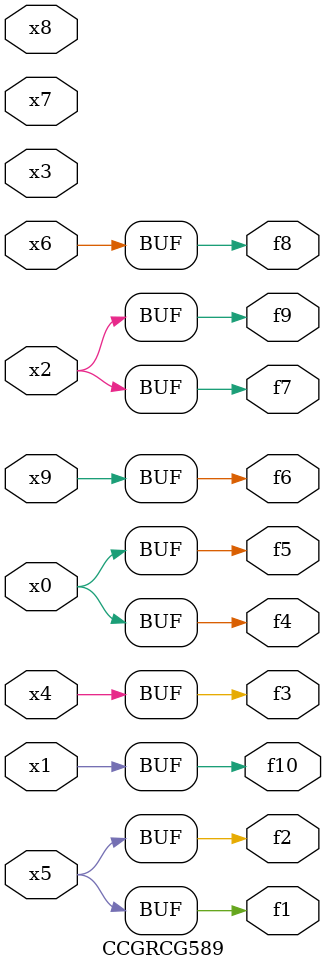
<source format=v>
module CCGRCG589(
	input x0, x1, x2, x3, x4, x5, x6, x7, x8, x9,
	output f1, f2, f3, f4, f5, f6, f7, f8, f9, f10
);
	assign f1 = x5;
	assign f2 = x5;
	assign f3 = x4;
	assign f4 = x0;
	assign f5 = x0;
	assign f6 = x9;
	assign f7 = x2;
	assign f8 = x6;
	assign f9 = x2;
	assign f10 = x1;
endmodule

</source>
